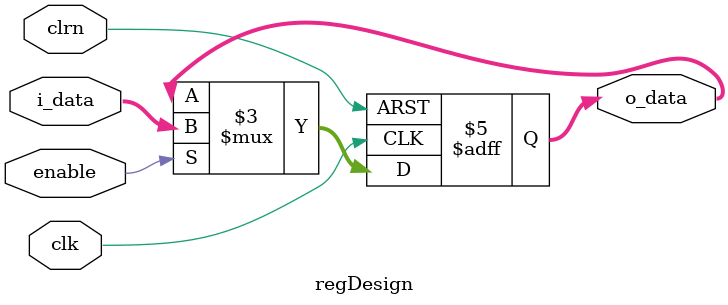
<source format=v>
`timescale 1ns / 1ps

module regDesign #(parameter  WIDTH= 32)(
    input clk,enable,clrn,
    input [WIDTH-1:0]i_data,
    output reg[WIDTH-1:0]o_data
);
    always @(posedge clk or posedge clrn) begin
        if (clrn) begin
            o_data<=0;
        end else if (enable) begin
            o_data=i_data;
        end
    end
endmodule

</source>
